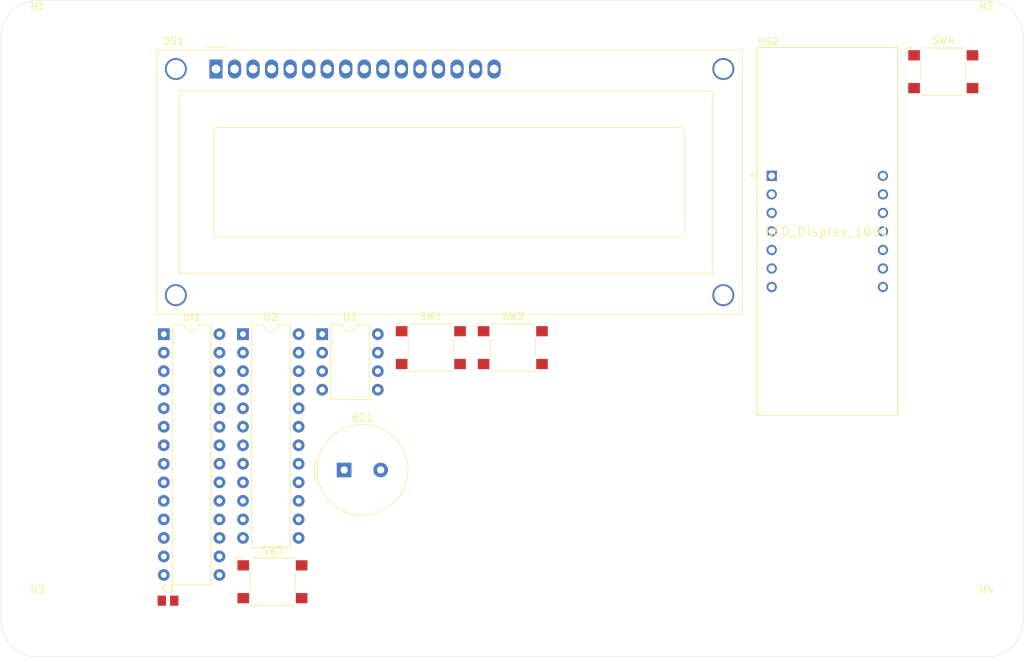
<source format=kicad_pcb>
(kicad_pcb (version 20211014) (generator pcbnew)
  (layers (0 "F.Cu" signal) (31 "B.Cu" signal) (34 "B.Paste" user) (35 "F.Paste" user) (36 "B.SilkS" user "B.Silkscreen") (37 "F.SilkS" user "F.Silkscreen") (38 "B.Mask" user) (39 "F.Mask" user) (44 "Edge.Cuts" user))
  (net 0 "")
  (net 1 "GND")
  (net 2 "Net-(BZ1-Pad1)")
  (net 3 "VCC")
  (net 6 "Net-(DS1-Pad14)")
  (net 7 "Net-(DS1-Pad13)")
  (net 8 "Net-(DS1-Pad12)")
  (net 9 "Net-(DS1-Pad11)")
  (net 14 "Net-(DS1-Pad6)")
  (net 16 "Net-(DS1-Pad4)")
  (net 20 "Net-(DS2-Pad1)")
  (net 21 "Net-(DS2-Pad2)")
  (net 22 "Net-(DS2-Pad3)")
  (net 23 "Net-(DS2-Pad4)")
  (net 24 "Net-(DS2-Pad5)")
  (net 28 "Net-(DS2-Pad9)")
  (net 31 "Net-(DS2-Pad12)")
  (net 32 "Net-(DS2-Pad13)")
  (net 33 "Net-(DS2-Pad14)")
  (net 34 "Net-(SW1-Pad1)")
  (net 36 "Net-(SW2-Pad1)")
  (net 38 "Net-(SW3-Pad1)")
  (net 40 "Net-(SW4-Pad1)")
  (net 43 "Net-(U1-Pad5)")
  (net 45 "Net-(U1-Pad6)")
  (net 48 "Net-(U2-Pad1)")
  (net 49 "Net-(U2-Pad13)")
  (net 58 "Net-(U2-Pad12)")
  (footprint "footprints:MountingHole_3.2mm_M3" (layer "F.Cu") (at 215 140)
    (fp_text reference "H4" (at 0 -4.2) (layer "F.SilkS"))
    (fp_text value "MountingHole")
    (pad "" np_thru_hole circle locked (at 0 0) (size 3.2 3.2) (drill 3.2) (layers *.Cu *.Mask))
  )
  (footprint "footprints:DIP-28_W7.62mm" (layer "F.Cu") (at 102.291569 100.76)
    (fp_text reference "UI1" (at 3.81 -2.33) (layer "F.SilkS"))
    (fp_text value "ATmega328-PU")
    (fp_line (start 6.46 -1.33) (end 4.81 -1.33) (layer "F.SilkS") (width 0.12))
    (fp_line (start 2.81 -1.33) (end 1.16 -1.33) (layer "F.SilkS") (width 0.12))
    (fp_line (start 1.16 -1.33) (end 1.16 34.35) (layer "F.SilkS") (width 0.12))
    (fp_line (start 6.46 34.35) (end 6.46 -1.33) (layer "F.SilkS") (width 0.12))
    (fp_line (start 1.16 34.35) (end 6.46 34.35) (layer "F.SilkS") (width 0.12))
    (fp_arc (start 4.81 -1.33) (mid 3.81 -0.33) (end 2.81 -1.33) (layer "F.SilkS") (width 0.12))
    (pad "1" thru_hole rect locked (at 0 0) (size 1.6 1.6) (drill 0.8) (layers *.Cu *.Mask))
    (pad "2" thru_hole oval locked (at 0 2.54) (size 1.6 1.6) (drill 0.8) (layers *.Cu *.Mask) (net 16 "Net-(DS1-Pad4)"))
    (pad "3" thru_hole oval locked (at 0 5.08) (size 1.6 1.6) (drill 0.8) (layers *.Cu *.Mask) (net 14 "Net-(DS1-Pad6)"))
    (pad "4" thru_hole oval locked (at 0 7.62) (size 1.6 1.6) (drill 0.8) (layers *.Cu *.Mask) (net 34 "Net-(SW1-Pad1)"))
    (pad "5" thru_hole oval locked (at 0 10.16) (size 1.6 1.6) (drill 0.8) (layers *.Cu *.Mask) (net 36 "Net-(SW2-Pad1)"))
    (pad "6" thru_hole oval locked (at 0 12.7) (size 1.6 1.6) (drill 0.8) (layers *.Cu *.Mask) (net 38 "Net-(SW3-Pad1)"))
    (pad "7" thru_hole oval locked (at 0 15.24) (size 1.6 1.6) (drill 0.8) (layers *.Cu *.Mask) (net 3 "VCC"))
    (pad "8" thru_hole oval locked (at 0 17.78) (size 1.6 1.6) (drill 0.8) (layers *.Cu *.Mask) (net 1 "GND"))
    (pad "9" thru_hole oval locked (at 0 20.32) (size 1.6 1.6) (drill 0.8) (layers *.Cu *.Mask))
    (pad "10" thru_hole oval locked (at 0 22.86) (size 1.6 1.6) (drill 0.8) (layers *.Cu *.Mask))
    (pad "11" thru_hole oval locked (at 0 25.4) (size 1.6 1.6) (drill 0.8) (layers *.Cu *.Mask) (net 40 "Net-(SW4-Pad1)"))
    (pad "12" thru_hole oval locked (at 0 27.94) (size 1.6 1.6) (drill 0.8) (layers *.Cu *.Mask) (net 9 "Net-(DS1-Pad11)"))
    (pad "13" thru_hole oval locked (at 0 30.48) (size 1.6 1.6) (drill 0.8) (layers *.Cu *.Mask) (net 8 "Net-(DS1-Pad12)"))
    (pad "14" thru_hole oval locked (at 0 33.02) (size 1.6 1.6) (drill 0.8) (layers *.Cu *.Mask) (net 7 "Net-(DS1-Pad13)"))
    (pad "15" thru_hole oval locked (at 7.62 33.02) (size 1.6 1.6) (drill 0.8) (layers *.Cu *.Mask) (net 6 "Net-(DS1-Pad14)"))
    (pad "16" thru_hole oval locked (at 7.62 30.48) (size 1.6 1.6) (drill 0.8) (layers *.Cu *.Mask) (net 58 "Net-(U2-Pad12)"))
    (pad "17" thru_hole oval locked (at 7.62 27.94) (size 1.6 1.6) (drill 0.8) (layers *.Cu *.Mask) (net 48 "Net-(U2-Pad1)"))
    (pad "18" thru_hole oval locked (at 7.62 25.4) (size 1.6 1.6) (drill 0.8) (layers *.Cu *.Mask) (net 2 "Net-(BZ1-Pad1)"))
    (pad "19" thru_hole oval locked (at 7.62 22.86) (size 1.6 1.6) (drill 0.8) (layers *.Cu *.Mask) (net 49 "Net-(U2-Pad13)"))
    (pad "20" thru_hole oval locked (at 7.62 20.32) (size 1.6 1.6) (drill 0.8) (layers *.Cu *.Mask) (net 3 "VCC"))
    (pad "21" thru_hole oval locked (at 7.62 17.78) (size 1.6 1.6) (drill 0.8) (layers *.Cu *.Mask))
    (pad "22" thru_hole oval locked (at 7.62 15.24) (size 1.6 1.6) (drill 0.8) (layers *.Cu *.Mask) (net 1 "GND"))
    (pad "23" thru_hole oval locked (at 7.62 12.7) (size 1.6 1.6) (drill 0.8) (layers *.Cu *.Mask))
    (pad "24" thru_hole oval locked (at 7.62 10.16) (size 1.6 1.6) (drill 0.8) (layers *.Cu *.Mask))
    (pad "25" thru_hole oval locked (at 7.62 7.62) (size 1.6 1.6) (drill 0.8) (layers *.Cu *.Mask))
    (pad "26" thru_hole oval locked (at 7.62 5.08) (size 1.6 1.6) (drill 0.8) (layers *.Cu *.Mask))
    (pad "27" thru_hole oval locked (at 7.62 2.54) (size 1.6 1.6) (drill 0.8) (layers *.Cu *.Mask) (net 43 "Net-(U1-Pad5)"))
    (pad "28" thru_hole oval locked (at 7.62 0) (size 1.6 1.6) (drill 0.8) (layers *.Cu *.Mask) (net 45 "Net-(U1-Pad6)"))
  )
  (footprint "footprints:Buzzer_TDK_PS1240P02BT_D12.2mm_H6.5mm" (layer "F.Cu") (at 127 119.38)
    (fp_text reference "BZ1" (at 2.5 -7.17) (layer "F.SilkS"))
    (fp_text value "Buzzer")
    (fp_arc (start -3.9 1.499999) (mid -4.073431 0) (end -3.9 -1.5) (layer "F.SilkS") (width 0.12))
    (fp_circle (center 2.5 0) (end 8.73 0) (layer "F.SilkS") (width 0.12) (fill none))
    (pad "1" thru_hole rect locked (at 0 0) (size 2 2) (drill 1) (layers *.Cu *.Mask) (net 2 "Net-(BZ1-Pad1)"))
    (pad "2" thru_hole circle locked (at 5 0) (size 2 2) (drill 1) (layers *.Cu *.Mask) (net 1 "GND"))
  )
  (footprint "footprints:SW_SPST_Omron_B3FS-100xP" (layer "F.Cu") (at 150.106569 102.61)
    (fp_text reference "SW2" (at 0 -4.3) (layer "F.SilkS"))
    (fp_text value "Omron_B3F_SPST")
    (fp_line (start -3.1 -1.3) (end -3.1 1.3) (layer "F.SilkS") (width 0.12))
    (fp_line (start -5.1 -3.3) (end -4.1 -3.3) (layer "F.SilkS") (width 0.12))
    (fp_line (start 2.9 -3.25) (end -2.9 -3.25) (layer "F.SilkS") (width 0.12))
    (fp_line (start 3.1 -1.3) (end 3.1 1.3) (layer "F.SilkS") (width 0.12))
    (fp_line (start -5.1 -2.3) (end -5.1 -3.3) (layer "F.SilkS") (width 0.12))
    (fp_line (start 3 3.25) (end -3 3.25) (layer "F.SilkS") (width 0.12))
    (pad "1" smd rect locked (at -4 -2.25 180) (size 1.6 1.4) (layers "F.Cu" "F.Paste" "F.Mask") (net 36 "Net-(SW2-Pad1)"))
    (pad "2" smd rect locked (at 4 -2.25 180) (size 1.6 1.4) (layers "F.Cu" "F.Paste" "F.Mask") (net 1 "GND"))
    (pad "3" smd rect locked (at -4 2.25 180) (size 1.6 1.4) (layers "F.Cu" "F.Paste" "F.Mask"))
    (pad "4" smd rect locked (at 4 2.25 180) (size 1.6 1.4) (layers "F.Cu" "F.Paste" "F.Mask") (net 3 "VCC"))
  )
  (footprint "footprints:MountingHole_3.2mm_M3" (layer "F.Cu") (at 215 60)
    (fp_text reference "H2" (at 0 -4.2) (layer "F.SilkS"))
    (fp_text value "MountingHole")
    (pad "" np_thru_hole circle locked (at 0 0) (size 3.2 3.2) (drill 3.2) (layers *.Cu *.Mask))
  )
  (footprint "footprints:MountingHole_3.2mm_M3" (layer "F.Cu") (at 85 140)
    (fp_text reference "H3" (at 0 -4.2) (layer "F.SilkS"))
    (fp_text value "MountingHole")
    (pad "" np_thru_hole circle locked (at 0 0) (size 3.2 3.2) (drill 3.2) (layers *.Cu *.Mask))
  )
  (footprint "footprints:SW_SPST_Omron_B3FS-100xP" (layer "F.Cu") (at 117.176569 134.71)
    (fp_text reference "SW3" (at 0 -4.3) (layer "F.SilkS"))
    (fp_text value "Omron_B3F_SPST")
    (fp_line (start -3.1 -1.3) (end -3.1 1.3) (layer "F.SilkS") (width 0.12))
    (fp_line (start 3.1 -1.3) (end 3.1 1.3) (layer "F.SilkS") (width 0.12))
    (fp_line (start 3 3.25) (end -3 3.25) (layer "F.SilkS") (width 0.12))
    (fp_line (start 2.9 -3.25) (end -2.9 -3.25) (layer "F.SilkS") (width 0.12))
    (fp_line (start -5.1 -3.3) (end -4.1 -3.3) (layer "F.SilkS") (width 0.12))
    (fp_line (start -5.1 -2.3) (end -5.1 -3.3) (layer "F.SilkS") (width 0.12))
    (pad "1" smd rect locked (at -4 -2.25 180) (size 1.6 1.4) (layers "F.Cu" "F.Paste" "F.Mask") (net 38 "Net-(SW3-Pad1)"))
    (pad "2" smd rect locked (at 4 -2.25 180) (size 1.6 1.4) (layers "F.Cu" "F.Paste" "F.Mask") (net 1 "GND"))
    (pad "3" smd rect locked (at -4 2.25 180) (size 1.6 1.4) (layers "F.Cu" "F.Paste" "F.Mask"))
    (pad "4" smd rect locked (at 4 2.25 180) (size 1.6 1.4) (layers "F.Cu" "F.Paste" "F.Mask") (net 3 "VCC"))
  )
  (footprint "footprints:MountingHole_3.2mm_M3" (layer "F.Cu") (at 85 60)
    (fp_text reference "H1" (at 0 -4.2) (layer "F.SilkS"))
    (fp_text value "MountingHole")
    (pad "" np_thru_hole circle locked (at 0 0) (size 3.2 3.2) (drill 3.2) (layers *.Cu *.Mask))
  )
  (footprint "footprints:SW_SPST_Omron_B3FS-100xP" (layer "F.Cu") (at 209.076569 64.78)
    (fp_text reference "SW4" (at 0 -4.3) (layer "F.SilkS"))
    (fp_text value "Omron_B3F_SPST")
    (fp_line (start -3.1 -1.3) (end -3.1 1.3) (layer "F.SilkS") (width 0.12))
    (fp_line (start 2.9 -3.25) (end -2.9 -3.25) (layer "F.SilkS") (width 0.12))
    (fp_line (start 3.1 -1.3) (end 3.1 1.3) (layer "F.SilkS") (width 0.12))
    (fp_line (start -5.1 -2.3) (end -5.1 -3.3) (layer "F.SilkS") (width 0.12))
    (fp_line (start 3 3.25) (end -3 3.25) (layer "F.SilkS") (width 0.12))
    (fp_line (start -5.1 -3.3) (end -4.1 -3.3) (layer "F.SilkS") (width 0.12))
    (pad "1" smd rect locked (at -4 -2.25 180) (size 1.6 1.4) (layers "F.Cu" "F.Paste" "F.Mask") (net 40 "Net-(SW4-Pad1)"))
    (pad "2" smd rect locked (at 4 -2.25 180) (size 1.6 1.4) (layers "F.Cu" "F.Paste" "F.Mask") (net 1 "GND"))
    (pad "3" smd rect locked (at -4 2.25 180) (size 1.6 1.4) (layers "F.Cu" "F.Paste" "F.Mask"))
    (pad "4" smd rect locked (at 4 2.25 180) (size 1.6 1.4) (layers "F.Cu" "F.Paste" "F.Mask") (net 3 "VCC"))
  )
  (footprint "footprints:TC1602A-01T" (layer "F.Cu") (at 109.441569 64.415)
    (fp_text reference "DS1" (at -5.82 -3.81) (layer "F.SilkS"))
    (fp_text value "TC1602A-01T")
    (fp_line (start 72.14 -2.64) (end -7.34 -2.64) (layer "F.SilkS") (width 0.12))
    (fp_line (start -8.14 33.64) (end 72.14 33.64) (layer "F.SilkS") (width 0.12))
    (fp_line (start 64.2 8.5) (end 64.2 22.5) (layer "F.SilkS") (width 0.12))
    (fp_line (start 72.14 33.64) (end 72.14 -2.64) (layer "F.SilkS") (width 0.12))
    (fp_line (start -5 3) (end 68 3) (layer "F.SilkS") (width 0.12))
    (fp_line (start -5 28) (end -5 3) (layer "F.SilkS") (width 0.12))
    (fp_line (start 0.2 8) (end 63.7 8) (layer "F.SilkS") (width 0.12))
    (fp_line (start -0.29972 22.49932) (end -0.29972 8.5) (layer "F.SilkS") (width 0.12))
    (fp_line (start -8.14 -2.64) (end -8.14 33.64) (layer "F.SilkS") (width 0.12))
    (fp_line (start 63.70066 23) (end 0.2 23) (layer "F.SilkS") (width 0.12))
    (fp_line (start -8.13 -2.64) (end -7.34 -2.64) (layer "F.SilkS") (width 0.12))
    (fp_line (start 68 3) (end 68 28) (layer "F.SilkS") (width 0.12))
    (fp_line (start -1.5 -3) (end 1.5 -3) (layer "F.SilkS") (width 0.12))
    (fp_line (start 68 28) (end -5 28) (layer "F.SilkS") (width 0.12))
    (fp_arc (start -0.29972 8.49884) (mid -0.153162 8.145018) (end 0.20066 7.99846) (layer "F.SilkS") (width 0.12))
    (fp_arc (start 0.20066 22.9997) (mid -0.153162 22.853142) (end -0.29972 22.49932) (layer "F.SilkS") (width 0.12))
    (fp_arc (start 63.7 8) (mid 64.053553 8.146447) (end 64.2 8.5) (layer "F.SilkS") (width 0.12))
    (fp_arc (start 64.20104 22.49932) (mid 64.054482 22.853142) (end 63.70066 22.9997) (layer "F.SilkS") (width 0.12))
    (pad "" thru_hole circle locked (at 69.5 0) (size 3 3) (drill 2.5) (layers *.Cu *.Mask))
    (pad "" thru_hole circle locked (at -5.4991 0) (size 3 3) (drill 2.5) (layers *.Cu *.Mask))
    (pad "" thru_hole circle locked (at -5.4991 31.0007) (size 3 3) (drill 2.5) (layers *.Cu *.Mask))
    (pad "" thru_hole circle locked (at 69.49948 31.0007) (size 3 3) (drill 2.5) (layers *.Cu *.Mask))
    (pad "1" thru_hole rect locked (at 0 0) (size 1.8 2.6) (drill 1.2) (layers *.Cu *.Mask))
    (pad "2" thru_hole oval locked (at 2.54 0) (size 1.8 2.6) (drill 1.2) (layers *.Cu *.Mask))
    (pad "3" thru_hole oval locked (at 5.08 0) (size 1.8 2.6) (drill 1.2) (layers *.Cu *.Mask))
    (pad "4" thru_hole oval locked (at 7.62 0) (size 1.8 2.6) (drill 1.2) (layers *.Cu *.Mask) (net 16 "Net-(DS1-Pad4)"))
    (pad "5" thru_hole oval locked (at 10.16 0) (size 1.8 2.6) (drill 1.2) (layers *.Cu *.Mask))
    (pad "6" thru_hole oval locked (at 12.7 0) (size 1.8 2.6) (drill 1.2) (layers *.Cu *.Mask) (net 14 "Net-(DS1-Pad6)"))
    (pad "7" thru_hole oval locked (at 15.24 0) (size 1.8 2.6) (drill 1.2) (layers *.Cu *.Mask))
    (pad "8" thru_hole oval locked (at 17.78 0) (size 1.8 2.6) (drill 1.2) (layers *.Cu *.Mask))
    (pad "9" thru_hole oval locked (at 20.32 0) (size 1.8 2.6) (drill 1.2) (layers *.Cu *.Mask))
    (pad "10" thru_hole oval locked (at 22.86 0) (size 1.8 2.6) (drill 1.2) (layers *.Cu *.Mask))
    (pad "11" thru_hole oval locked (at 25.4 0) (size 1.8 2.6) (drill 1.2) (layers *.Cu *.Mask) (net 9 "Net-(DS1-Pad11)"))
    (pad "12" thru_hole oval locked (at 27.94 0) (size 1.8 2.6) (drill 1.2) (layers *.Cu *.Mask) (net 8 "Net-(DS1-Pad12)"))
    (pad "13" thru_hole oval locked (at 30.48 0) (size 1.8 2.6) (drill 1.2) (layers *.Cu *.Mask) (net 7 "Net-(DS1-Pad13)"))
    (pad "14" thru_hole oval locked (at 33.02 0) (size 1.8 2.6) (drill 1.2) (layers *.Cu *.Mask) (net 6 "Net-(DS1-Pad14)"))
    (pad "15" thru_hole oval locked (at 35.56 0) (size 1.8 2.6) (drill 1.2) (layers *.Cu *.Mask))
    (pad "16" thru_hole oval locked (at 38.1 0) (size 1.8 2.6) (drill 1.2) (layers *.Cu *.Mask))
  )
  (footprint "footprints:C_0805_2012Metric" (layer "F.Cu") (at 102.871569 137.31)
    (fp_text reference "C1" (at 0 -1.65) (layer "F.SilkS"))
    (fp_text value "C_0805_0.1uf")
    (pad "1" smd rect locked (at -0.85 0) (size 1.15 1.4) (layers "F.Cu" "F.Paste" "F.Mask") (net 3 "VCC"))
    (pad "2" smd rect locked (at 0.85 0) (size 1.15 1.4) (layers "F.Cu" "F.Paste" "F.Mask") (net 1 "GND"))
  )
  (footprint "footprints:DIP-8_W7.62mm" (layer "F.Cu") (at 123.991569 100.76)
    (fp_text reference "U1" (at 3.81 -2.33) (layer "F.SilkS"))
    (fp_text value "DS1307_DIP-8")
    (fp_line (start 6.46 8.95) (end 6.46 -1.33) (layer "F.SilkS") (width 0.12))
    (fp_line (start 2.81 -1.33) (end 1.16 -1.33) (layer "F.SilkS") (width 0.12))
    (fp_line (start 1.16 8.95) (end 6.46 8.95) (layer "F.SilkS") (width 0.12))
    (fp_line (start 1.16 -1.33) (end 1.16 8.95) (layer "F.SilkS") (width 0.12))
    (fp_line (start 6.46 -1.33) (end 4.81 -1.33) (layer "F.SilkS") (width 0.12))
    (fp_arc (start 4.81 -1.33) (mid 3.81 -0.33) (end 2.81 -1.33) (layer "F.SilkS") (width 0.12))
    (pad "1" thru_hole rect locked (at 0 0) (size 1.6 1.6) (drill 0.8) (layers *.Cu *.Mask))
    (pad "2" thru_hole oval locked (at 0 2.54) (size 1.6 1.6) (drill 0.8) (layers *.Cu *.Mask))
    (pad "3" thru_hole oval locked (at 0 5.08) (size 1.6 1.6) (drill 0.8) (layers *.Cu *.Mask))
    (pad "4" thru_hole oval locked (at 0 7.62) (size 1.6 1.6) (drill 0.8) (layers *.Cu *.Mask) (net 1 "GND"))
    (pad "5" thru_hole oval locked (at 7.62 7.62) (size 1.6 1.6) (drill 0.8) (layers *.Cu *.Mask) (net 43 "Net-(U1-Pad5)"))
    (pad "6" thru_hole oval locked (at 7.62 5.08) (size 1.6 1.6) (drill 0.8) (layers *.Cu *.Mask) (net 45 "Net-(U1-Pad6)"))
    (pad "7" thru_hole oval locked (at 7.62 2.54) (size 1.6 1.6) (drill 0.8) (layers *.Cu *.Mask))
    (pad "8" thru_hole oval locked (at 7.62 0) (size 1.6 1.6) (drill 0.8) (layers *.Cu *.Mask) (net 3 "VCC"))
  )
  (footprint "footprints:SW_SPST_Omron_B3FS-100xP" (layer "F.Cu") (at 138.876569 102.61)
    (fp_text reference "SW1" (at 0 -4.3) (layer "F.SilkS"))
    (fp_text value "Omron_B3F_SPST")
    (fp_line (start 2.9 -3.25) (end -2.9 -3.25) (layer "F.SilkS") (width 0.12))
    (fp_line (start -5.1 -2.3) (end -5.1 -3.3) (layer "F.SilkS") (width 0.12))
    (fp_line (start -5.1 -3.3) (end -4.1 -3.3) (layer "F.SilkS") (width 0.12))
    (fp_line (start -3.1 -1.3) (end -3.1 1.3) (layer "F.SilkS") (width 0.12))
    (fp_line (start 3.1 -1.3) (end 3.1 1.3) (layer "F.SilkS") (width 0.12))
    (fp_line (start 3 3.25) (end -3 3.25) (layer "F.SilkS") (width 0.12))
    (pad "1" smd rect locked (at -4 -2.25 180) (size 1.6 1.4) (layers "F.Cu" "F.Paste" "F.Mask") (net 34 "Net-(SW1-Pad1)"))
    (pad "2" smd rect locked (at 4 -2.25 180) (size 1.6 1.4) (layers "F.Cu" "F.Paste" "F.Mask") (net 1 "GND"))
    (pad "3" smd rect locked (at -4 2.25 180) (size 1.6 1.4) (layers "F.Cu" "F.Paste" "F.Mask"))
    (pad "4" smd rect locked (at 4 2.25 180) (size 1.6 1.4) (layers "F.Cu" "F.Paste" "F.Mask") (net 3 "VCC"))
  )
  (footprint "footprints:Adafruit-1001-0-0-MFG" (layer "F.Cu") (at 193.191569 86.68)
    (fp_text reference "DS2" (at -9.625 -26.025) (layer "F.SilkS") (effects (justify left)))
    (fp_text value "LED_Display_1001" (at 0 0) (layer "F.SilkS") (effects (font (size 1.27 1.27))))
    (fp_line (start -9.625 25.225) (end -9.625 -25.225) (layer "F.SilkS") (width 0.15))
    (fp_line (start -9.625 -25.225) (end 9.625 -25.225) (layer "F.SilkS") (width 0.15))
    (fp_line (start 9.625 25.225) (end 9.625 -25.225) (layer "F.SilkS") (width 0.15))
    (fp_line (start -9.625 25.225) (end 9.625 25.225) (layer "F.SilkS") (width 0.15))
    (fp_circle (center -10.225 -7.62) (end -10.1 -7.62) (layer "F.SilkS") (width 0.25) (fill none))
    (pad "1" thru_hole rect locked (at -7.62 -7.62) (size 1.4 1.4) (drill 0.9) (layers *.Cu *.Mask) (net 20 "Net-(DS2-Pad1)"))
    (pad "2" thru_hole circle locked (at -7.62 -5.08) (size 1.4 1.4) (drill 0.9) (layers *.Cu *.Mask) (net 21 "Net-(DS2-Pad2)"))
    (pad "3" thru_hole circle locked (at -7.62 -2.54) (size 1.4 1.4) (drill 0.9) (layers *.Cu *.Mask) (net 22 "Net-(DS2-Pad3)"))
    (pad "4" thru_hole circle locked (at -7.62 0) (size 1.4 1.4) (drill 0.9) (layers *.Cu *.Mask) (net 23 "Net-(DS2-Pad4)"))
    (pad "5" thru_hole circle locked (at -7.62 2.54) (size 1.4 1.4) (drill 0.9) (layers *.Cu *.Mask) (net 24 "Net-(DS2-Pad5)"))
    (pad "6" thru_hole circle locked (at -7.62 5.08) (size 1.4 1.4) (drill 0.9) (layers *.Cu *.Mask))
    (pad "7" thru_hole circle locked (at -7.62 7.62) (size 1.4 1.4) (drill 0.9) (layers *.Cu *.Mask))
    (pad "8" thru_hole circle locked (at 7.62 7.62) (size 1.4 1.4) (drill 0.9) (layers *.Cu *.Mask))
    (pad "9" thru_hole circle locked (at 7.62 5.08) (size 1.4 1.4) (drill 0.9) (layers *.Cu *.Mask) (net 28 "Net-(DS2-Pad9)"))
    (pad "10" thru_hole circle locked (at 7.62 2.54) (size 1.4 1.4) (drill 0.9) (layers *.Cu *.Mask))
    (pad "11" thru_hole circle locked (at 7.62 0) (size 1.4 1.4) (drill 0.9) (layers *.Cu *.Mask))
    (pad "12" thru_hole circle locked (at 7.62 -2.54) (size 1.4 1.4) (drill 0.9) (layers *.Cu *.Mask) (net 31 "Net-(DS2-Pad12)"))
    (pad "13" thru_hole circle locked (at 7.62 -5.08) (size 1.4 1.4) (drill 0.9) (layers *.Cu *.Mask) (net 32 "Net-(DS2-Pad13)"))
    (pad "14" thru_hole circle locked (at 7.62 -7.62) (size 1.4 1.4) (drill 0.9) (layers *.Cu *.Mask) (net 33 "Net-(DS2-Pad14)"))
  )
  (footprint "footprints:DIP-24_W7.62mm" (layer "F.Cu") (at 113.141569 100.76)
    (fp_text reference "U2" (at 3.81 -2.33) (layer "F.SilkS"))
    (fp_text value "MAX7219")
    (fp_line (start 6.46 29.27) (end 6.46 -1.33) (layer "F.SilkS") (width 0.12))
    (fp_line (start 6.46 -1.33) (end 4.81 -1.33) (layer "F.SilkS") (width 0.12))
    (fp_line (start 1.16 29.27) (end 6.46 29.27) (layer "F.SilkS") (width 0.12))
    (fp_line (start 1.16 -1.33) (end 1.16 29.27) (layer "F.SilkS") (width 0.12))
    (fp_line (start 2.81 -1.33) (end 1.16 -1.33) (layer "F.SilkS") (width 0.12))
    (fp_arc (start 4.81 -1.33) (mid 3.81 -0.33) (end 2.81 -1.33) (layer "F.SilkS") (width 0.12))
    (pad "1" thru_hole rect locked (at 0 0) (size 1.6 1.6) (drill 0.8) (layers *.Cu *.Mask) (net 48 "Net-(U2-Pad1)"))
    (pad "2" thru_hole oval locked (at 0 2.54) (size 1.6 1.6) (drill 0.8) (layers *.Cu *.Mask))
    (pad "3" thru_hole oval locked (at 0 5.08) (size 1.6 1.6) (drill 0.8) (layers *.Cu *.Mask))
    (pad "4" thru_hole oval locked (at 0 7.62) (size 1.6 1.6) (drill 0.8) (layers *.Cu *.Mask) (net 1 "GND"))
    (pad "5" thru_hole oval locked (at 0 10.16) (size 1.6 1.6) (drill 0.8) (layers *.Cu *.Mask))
    (pad "6" thru_hole oval locked (at 0 12.7) (size 1.6 1.6) (drill 0.8) (layers *.Cu *.Mask))
    (pad "7" thru_hole oval locked (at 0 15.24) (size 1.6 1.6) (drill 0.8) (layers *.Cu *.Mask))
    (pad "8" thru_hole oval locked (at 0 17.78) (size 1.6 1.6) (drill 0.8) (layers *.Cu *.Mask))
    (pad "9" thru_hole oval locked (at 0 20.32) (size 1.6 1.6) (drill 0.8) (layers *.Cu *.Mask) (net 1 "GND"))
    (pad "10" thru_hole oval locked (at 0 22.86) (size 1.6 1.6) (drill 0.8) (layers *.Cu *.Mask))
    (pad "11" thru_hole oval locked (at 0 25.4) (size 1.6 1.6) (drill 0.8) (layers *.Cu *.Mask) (net 33 "Net-(DS2-Pad14)"))
    (pad "12" thru_hole oval locked (at 0 27.94) (size 1.6 1.6) (drill 0.8) (layers *.Cu *.Mask) (net 58 "Net-(U2-Pad12)"))
    (pad "13" thru_hole oval locked (at 7.62 27.94) (size 1.6 1.6) (drill 0.8) (layers *.Cu *.Mask) (net 49 "Net-(U2-Pad13)"))
    (pad "14" thru_hole oval locked (at 7.62 25.4) (size 1.6 1.6) (drill 0.8) (layers *.Cu *.Mask) (net 32 "Net-(DS2-Pad13)"))
    (pad "15" thru_hole oval locked (at 7.62 22.86) (size 1.6 1.6) (drill 0.8) (layers *.Cu *.Mask) (net 31 "Net-(DS2-Pad12)"))
    (pad "16" thru_hole oval locked (at 7.62 20.32) (size 1.6 1.6) (drill 0.8) (layers *.Cu *.Mask) (net 28 "Net-(DS2-Pad9)"))
    (pad "17" thru_hole oval locked (at 7.62 17.78) (size 1.6 1.6) (drill 0.8) (layers *.Cu *.Mask) (net 24 "Net-(DS2-Pad5)"))
    (pad "18" thru_hole oval locked (at 7.62 15.24) (size 1.6 1.6) (drill 0.8) (layers *.Cu *.Mask))
    (pad "19" thru_hole oval locked (at 7.62 12.7) (size 1.6 1.6) (drill 0.8) (layers *.Cu *.Mask) (net 3 "VCC"))
    (pad "20" thru_hole oval locked (at 7.62 10.16) (size 1.6 1.6) (drill 0.8) (layers *.Cu *.Mask) (net 23 "Net-(DS2-Pad4)"))
    (pad "21" thru_hole oval locked (at 7.62 7.62) (size 1.6 1.6) (drill 0.8) (layers *.Cu *.Mask) (net 20 "Net-(DS2-Pad1)"))
    (pad "22" thru_hole oval locked (at 7.62 5.08) (size 1.6 1.6) (drill 0.8) (layers *.Cu *.Mask) (net 22 "Net-(DS2-Pad3)"))
    (pad "23" thru_hole oval locked (at 7.62 2.54) (size 1.6 1.6) (drill 0.8) (layers *.Cu *.Mask) (net 21 "Net-(DS2-Pad2)"))
    (pad "24" thru_hole oval locked (at 7.62 0) (size 1.6 1.6) (drill 0.8) (layers *.Cu *.Mask))
  )
  (gr_line locked (start 220 60) (end 220 140) (layer "Edge.Cuts") (width 0.05))
  (gr_line locked (start 80 60) (end 80 140) (layer "Edge.Cuts") (width 0.05))
  (gr_arc locked (start 80 60) (mid 81.464466 56.464466) (end 85 55) (layer "Edge.Cuts") (width 0.05))
  (gr_arc locked (start 85 145) (mid 81.464466 143.535534) (end 80 140) (layer "Edge.Cuts") (width 0.05))
  (gr_arc locked (start 220 140) (mid 218.535534 143.535534) (end 215 145) (layer "Edge.Cuts") (width 0.05))
  (gr_line locked (start 215 55) (end 85 55) (layer "Edge.Cuts") (width 0.05))
  (gr_arc locked (start 215 55) (mid 218.535534 56.464466) (end 220 60) (layer "Edge.Cuts") (width 0.05))
  (gr_line locked (start 215 145) (end 85 145) (layer "Edge.Cuts") (width 0.05))
)
</source>
